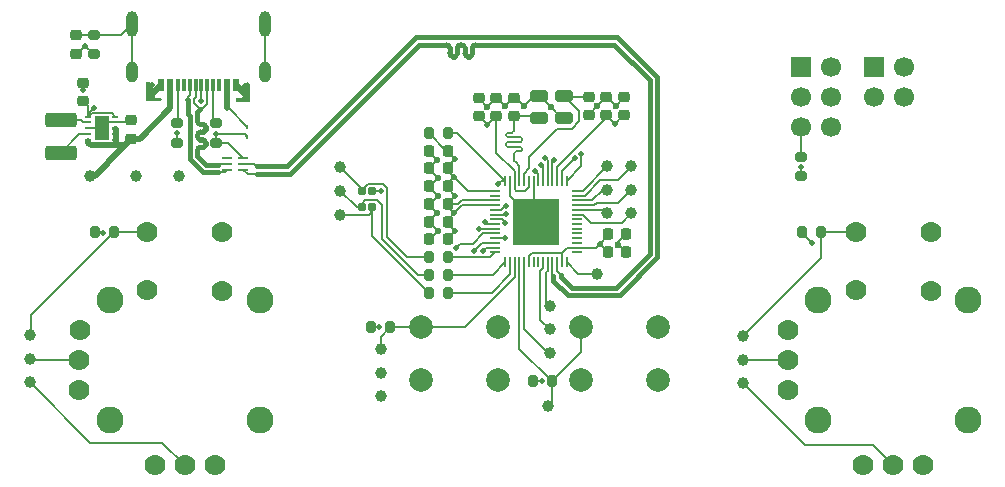
<source format=gbr>
%TF.GenerationSoftware,KiCad,Pcbnew,9.0.1-9.0.1-0~ubuntu24.04.1*%
%TF.CreationDate,2025-05-01T11:00:12-04:00*%
%TF.ProjectId,drone_sim_controler,64726f6e-655f-4736-996d-5f636f6e7472,rev?*%
%TF.SameCoordinates,Original*%
%TF.FileFunction,Copper,L1,Top*%
%TF.FilePolarity,Positive*%
%FSLAX46Y46*%
G04 Gerber Fmt 4.6, Leading zero omitted, Abs format (unit mm)*
G04 Created by KiCad (PCBNEW 9.0.1-9.0.1-0~ubuntu24.04.1) date 2025-05-01 11:00:12*
%MOMM*%
%LPD*%
G01*
G04 APERTURE LIST*
G04 Aperture macros list*
%AMRoundRect*
0 Rectangle with rounded corners*
0 $1 Rounding radius*
0 $2 $3 $4 $5 $6 $7 $8 $9 X,Y pos of 4 corners*
0 Add a 4 corners polygon primitive as box body*
4,1,4,$2,$3,$4,$5,$6,$7,$8,$9,$2,$3,0*
0 Add four circle primitives for the rounded corners*
1,1,$1+$1,$2,$3*
1,1,$1+$1,$4,$5*
1,1,$1+$1,$6,$7*
1,1,$1+$1,$8,$9*
0 Add four rect primitives between the rounded corners*
20,1,$1+$1,$2,$3,$4,$5,0*
20,1,$1+$1,$4,$5,$6,$7,0*
20,1,$1+$1,$6,$7,$8,$9,0*
20,1,$1+$1,$8,$9,$2,$3,0*%
G04 Aperture macros list end*
%TA.AperFunction,SMDPad,CuDef*%
%ADD10C,1.000000*%
%TD*%
%TA.AperFunction,SMDPad,CuDef*%
%ADD11RoundRect,0.200000X-0.275000X0.200000X-0.275000X-0.200000X0.275000X-0.200000X0.275000X0.200000X0*%
%TD*%
%TA.AperFunction,SMDPad,CuDef*%
%ADD12RoundRect,0.062500X0.350000X0.062500X-0.350000X0.062500X-0.350000X-0.062500X0.350000X-0.062500X0*%
%TD*%
%TA.AperFunction,SMDPad,CuDef*%
%ADD13RoundRect,0.225000X0.225000X0.250000X-0.225000X0.250000X-0.225000X-0.250000X0.225000X-0.250000X0*%
%TD*%
%TA.AperFunction,SMDPad,CuDef*%
%ADD14RoundRect,0.200000X0.200000X0.275000X-0.200000X0.275000X-0.200000X-0.275000X0.200000X-0.275000X0*%
%TD*%
%TA.AperFunction,SMDPad,CuDef*%
%ADD15RoundRect,0.225000X0.250000X-0.225000X0.250000X0.225000X-0.250000X0.225000X-0.250000X-0.225000X0*%
%TD*%
%TA.AperFunction,SMDPad,CuDef*%
%ADD16RoundRect,0.225000X-0.250000X0.225000X-0.250000X-0.225000X0.250000X-0.225000X0.250000X0.225000X0*%
%TD*%
%TA.AperFunction,SMDPad,CuDef*%
%ADD17RoundRect,0.200000X-0.200000X-0.275000X0.200000X-0.275000X0.200000X0.275000X-0.200000X0.275000X0*%
%TD*%
%TA.AperFunction,SMDPad,CuDef*%
%ADD18R,0.600000X1.100000*%
%TD*%
%TA.AperFunction,SMDPad,CuDef*%
%ADD19R,0.300000X1.100000*%
%TD*%
%TA.AperFunction,ComponentPad*%
%ADD20RoundRect,0.500000X-0.000010X0.400000X-0.000010X-0.400000X0.000010X-0.400000X0.000010X0.400000X0*%
%TD*%
%TA.AperFunction,ComponentPad*%
%ADD21RoundRect,0.500000X-0.000010X0.600000X-0.000010X-0.600000X0.000010X-0.600000X0.000010X0.600000X0*%
%TD*%
%TA.AperFunction,SMDPad,CuDef*%
%ADD22RoundRect,0.090000X-0.235000X0.210000X-0.235000X-0.210000X0.235000X-0.210000X0.235000X0.210000X0*%
%TD*%
%TA.AperFunction,SMDPad,CuDef*%
%ADD23RoundRect,0.250000X1.075000X-0.375000X1.075000X0.375000X-1.075000X0.375000X-1.075000X-0.375000X0*%
%TD*%
%TA.AperFunction,ComponentPad*%
%ADD24C,2.000000*%
%TD*%
%TA.AperFunction,SMDPad,CuDef*%
%ADD25RoundRect,0.062500X-0.062500X0.117500X-0.062500X-0.117500X0.062500X-0.117500X0.062500X0.117500X0*%
%TD*%
%TA.AperFunction,SMDPad,CuDef*%
%ADD26RoundRect,0.050000X-0.350000X-0.050000X0.350000X-0.050000X0.350000X0.050000X-0.350000X0.050000X0*%
%TD*%
%TA.AperFunction,SMDPad,CuDef*%
%ADD27RoundRect,0.050000X-0.050000X-0.350000X0.050000X-0.350000X0.050000X0.350000X-0.050000X0.350000X0*%
%TD*%
%TA.AperFunction,HeatsinkPad*%
%ADD28R,4.000000X4.000000*%
%TD*%
%TA.AperFunction,ComponentPad*%
%ADD29C,1.778000*%
%TD*%
%TA.AperFunction,ComponentPad*%
%ADD30C,2.286000*%
%TD*%
%TA.AperFunction,SMDPad,CuDef*%
%ADD31O,0.599999X0.249999*%
%TD*%
%TA.AperFunction,SMDPad,CuDef*%
%ADD32R,1.200000X2.000001*%
%TD*%
%TA.AperFunction,ComponentPad*%
%ADD33C,0.499999*%
%TD*%
%TA.AperFunction,SMDPad,CuDef*%
%ADD34RoundRect,0.157500X-0.567500X-0.367500X0.567500X-0.367500X0.567500X0.367500X-0.567500X0.367500X0*%
%TD*%
%TA.AperFunction,SMDPad,CuDef*%
%ADD35RoundRect,0.225000X-0.225000X-0.250000X0.225000X-0.250000X0.225000X0.250000X-0.225000X0.250000X0*%
%TD*%
%TA.AperFunction,ComponentPad*%
%ADD36R,1.700000X1.700000*%
%TD*%
%TA.AperFunction,ComponentPad*%
%ADD37C,1.700000*%
%TD*%
%TA.AperFunction,SMDPad,CuDef*%
%ADD38RoundRect,0.200000X0.275000X-0.200000X0.275000X0.200000X-0.275000X0.200000X-0.275000X-0.200000X0*%
%TD*%
%TA.AperFunction,ViaPad*%
%ADD39C,0.500000*%
%TD*%
%TA.AperFunction,ViaPad*%
%ADD40C,0.600000*%
%TD*%
%TA.AperFunction,Conductor*%
%ADD41C,0.445000*%
%TD*%
%TA.AperFunction,Conductor*%
%ADD42C,0.200000*%
%TD*%
%TA.AperFunction,Conductor*%
%ADD43C,0.500000*%
%TD*%
G04 APERTURE END LIST*
D10*
%TO.P,TP4,1,1*%
%TO.N,Net-(U1-GPIO34)*%
X102500000Y-136000000D03*
%TD*%
%TO.P,TP1,1,1*%
%TO.N,Net-(U1-GPIO33)*%
X104500000Y-136000000D03*
%TD*%
%TO.P,TP2,1,1*%
%TO.N,Net-(U1-GPIO35)*%
X104500000Y-134000000D03*
%TD*%
%TO.P,TP26,1,1*%
%TO.N,Net-(D2-RA)*%
X79900000Y-136100000D03*
%TD*%
%TO.P,TP25,1,1*%
%TO.N,Net-(D2-GA)*%
X79900000Y-134100000D03*
%TD*%
%TO.P,TP24,1,1*%
%TO.N,Net-(D2-BA)*%
X79900000Y-132100000D03*
%TD*%
%TO.P,TP23,1,1*%
%TO.N,LS_X*%
X53600000Y-148300000D03*
%TD*%
%TO.P,TP22,1,1*%
%TO.N,LS_Y*%
X53600000Y-150300000D03*
%TD*%
%TO.P,TP21,1,1*%
%TO.N,LS_SW*%
X53600000Y-146300000D03*
%TD*%
%TO.P,TP20,1,1*%
%TO.N,RS_X*%
X114000000Y-148400000D03*
%TD*%
%TO.P,TP19,1,1*%
%TO.N,RS_Y*%
X114000000Y-150400000D03*
%TD*%
%TO.P,TP18,1,1*%
%TO.N,RS_SW*%
X114000000Y-146400000D03*
%TD*%
%TO.P,TP17,1,1*%
%TO.N,BTN_2*%
X97500000Y-152300000D03*
%TD*%
%TO.P,TP16,1,1*%
%TO.N,BTN_1*%
X83300000Y-147500000D03*
%TD*%
%TO.P,TP15,1,1*%
%TO.N,GND*%
X66200000Y-132800000D03*
%TD*%
D11*
%TO.P,R3,2*%
%TO.N,GND*%
X69400000Y-130025000D03*
%TO.P,R3,1*%
%TO.N,Net-(J1-CC1)*%
X69400000Y-128375000D03*
%TD*%
%TO.P,R2,2*%
%TO.N,GND*%
X66100000Y-130025000D03*
%TO.P,R2,1*%
%TO.N,Net-(J1-CC2)*%
X66100000Y-128375000D03*
%TD*%
D12*
%TO.P,U2,6,D+_out*%
%TO.N,/USB_C_P*%
X70312500Y-132300000D03*
%TO.P,U2,5,D-_out*%
%TO.N,/USB_C_N*%
X70312500Y-131800000D03*
%TO.P,U2,4,NC*%
%TO.N,unconnected-(U2-NC-Pad4)*%
X70312500Y-131300000D03*
%TO.P,U2,3,GND*%
%TO.N,GND*%
X71687500Y-131300000D03*
%TO.P,U2,2,D-_in*%
%TO.N,USB_N*%
X71687500Y-131800000D03*
%TO.P,U2,1,D+_in*%
%TO.N,USB_P*%
X71687500Y-132300000D03*
%TD*%
D13*
%TO.P,C5,1*%
%TO.N,+3V3*%
X88975000Y-132200000D03*
%TO.P,C5,2*%
%TO.N,GND*%
X87425000Y-132200000D03*
%TD*%
D10*
%TO.P,TP8,1,1*%
%TO.N,Net-(U1-DAC_2)*%
X97600000Y-143800000D03*
%TD*%
D14*
%TO.P,R7,1*%
%TO.N,LED_G*%
X89025000Y-141200000D03*
%TO.P,R7,2*%
%TO.N,Net-(D2-GA)*%
X87375000Y-141200000D03*
%TD*%
D13*
%TO.P,C4,1*%
%TO.N,+3V3*%
X88975000Y-135200000D03*
%TO.P,C4,2*%
%TO.N,GND*%
X87425000Y-135200000D03*
%TD*%
D15*
%TO.P,C29,1*%
%TO.N,+3V3*%
X58100000Y-126475000D03*
%TO.P,C29,2*%
%TO.N,GND*%
X58100000Y-124925000D03*
%TD*%
D13*
%TO.P,C7,1*%
%TO.N,+3V3*%
X88975000Y-133700000D03*
%TO.P,C7,2*%
%TO.N,GND*%
X87425000Y-133700000D03*
%TD*%
D10*
%TO.P,TP7,1,1*%
%TO.N,Net-(U1-GPIO21)*%
X101600000Y-141100000D03*
%TD*%
D16*
%TO.P,C14,1*%
%TO.N,Net-(U1-XTAL_N)*%
X100900000Y-126125000D03*
%TO.P,C14,2*%
%TO.N,GND*%
X100900000Y-127675000D03*
%TD*%
D17*
%TO.P,R10,1*%
%TO.N,+3V3*%
X118975000Y-137600000D03*
%TO.P,R10,2*%
%TO.N,RS_SW*%
X120625000Y-137600000D03*
%TD*%
D10*
%TO.P,TP5,1,1*%
%TO.N,Net-(U1-GPIO36)*%
X102500000Y-134000000D03*
%TD*%
D17*
%TO.P,R9,1*%
%TO.N,+3V3*%
X59075000Y-137600000D03*
%TO.P,R9,2*%
%TO.N,LS_SW*%
X60725000Y-137600000D03*
%TD*%
%TO.P,R12,1*%
%TO.N,+3V3*%
X96175000Y-150200000D03*
%TO.P,R12,2*%
%TO.N,BTN_2*%
X97825000Y-150200000D03*
%TD*%
%TO.P,R11,1*%
%TO.N,+3V3*%
X82475000Y-145600000D03*
%TO.P,R11,2*%
%TO.N,BTN_1*%
X84125000Y-145600000D03*
%TD*%
D18*
%TO.P,J1,A1,GND*%
%TO.N,GND*%
X71080000Y-125150000D03*
%TO.P,J1,A4,VBUS*%
%TO.N,+5V*%
X70280000Y-125150000D03*
D19*
%TO.P,J1,A5,CC1*%
%TO.N,Net-(J1-CC1)*%
X69130000Y-125150000D03*
%TO.P,J1,A6,D+*%
%TO.N,/USB_C_P*%
X68125000Y-125150000D03*
%TO.P,J1,A7,D-*%
%TO.N,/USB_C_N*%
X67630000Y-125150000D03*
%TO.P,J1,A8*%
%TO.N,N/C*%
X66630000Y-125150000D03*
D18*
%TO.P,J1,B1,GND*%
%TO.N,GND*%
X64680000Y-125150000D03*
%TO.P,J1,B4,VBUS*%
%TO.N,+5V*%
X65480000Y-125150000D03*
D19*
%TO.P,J1,B5,CC2*%
%TO.N,Net-(J1-CC2)*%
X66130000Y-125150000D03*
%TO.P,J1,B6,D+*%
%TO.N,/USB_C_P*%
X67130000Y-125150000D03*
%TO.P,J1,B7,D-*%
%TO.N,/USB_C_N*%
X68630000Y-125150000D03*
%TO.P,J1,B8*%
%TO.N,N/C*%
X69630000Y-125150000D03*
D20*
%TO.P,J1,S,SHIELD*%
%TO.N,GNDS*%
X73500000Y-124000000D03*
D21*
X73500000Y-120000000D03*
D20*
X62260000Y-124000000D03*
D21*
X62260000Y-120000000D03*
%TD*%
D14*
%TO.P,R8,1*%
%TO.N,LED_B*%
X89025000Y-139700000D03*
%TO.P,R8,2*%
%TO.N,Net-(D2-BA)*%
X87375000Y-139700000D03*
%TD*%
D22*
%TO.P,D2,1,GA*%
%TO.N,Net-(D2-GA)*%
X81700000Y-135500000D03*
%TO.P,D2,2,RA*%
%TO.N,Net-(D2-RA)*%
X82600000Y-135500000D03*
%TO.P,D2,3,BA*%
%TO.N,Net-(D2-BA)*%
X81700000Y-134100000D03*
%TO.P,D2,4,K*%
%TO.N,GND*%
X82600000Y-134100000D03*
%TD*%
D11*
%TO.P,R4,1*%
%TO.N,GNDS*%
X59000000Y-120875000D03*
%TO.P,R4,2*%
%TO.N,GND*%
X59000000Y-122525000D03*
%TD*%
D15*
%TO.P,C15,1*%
%TO.N,Net-(U1-XTAL_P)*%
X94600000Y-127775000D03*
%TO.P,C15,2*%
%TO.N,GND*%
X94600000Y-126225000D03*
%TD*%
D10*
%TO.P,TP11,1,1*%
%TO.N,Net-(U1-GPIO8)*%
X83300000Y-151500000D03*
%TD*%
D13*
%TO.P,C9,1*%
%TO.N,+3V3*%
X88975000Y-138200000D03*
%TO.P,C9,2*%
%TO.N,GND*%
X87425000Y-138200000D03*
%TD*%
D23*
%TO.P,L1,1,1*%
%TO.N,Net-(U3-L1)*%
X56200000Y-130900000D03*
%TO.P,L1,2,2*%
%TO.N,Net-(U3-L2)*%
X56200000Y-128100000D03*
%TD*%
D10*
%TO.P,TP6,1,1*%
%TO.N,Net-(U1-GPIO37)*%
X104500000Y-132000000D03*
%TD*%
D24*
%TO.P,SW2,1,1*%
%TO.N,BTN_2*%
X100250000Y-145578497D03*
%TO.P,SW2,3,K*%
%TO.N,unconnected-(SW2-K-Pad3)*%
X106750000Y-145578497D03*
%TO.P,SW2,2,2*%
%TO.N,unconnected-(SW2-Pad2)*%
X100250000Y-150078497D03*
%TO.P,SW2,4,A*%
%TO.N,GND*%
X106750000Y-150078497D03*
%TD*%
D10*
%TO.P,TP14,1,1*%
%TO.N,+3V3*%
X62600000Y-132800000D03*
%TD*%
%TO.P,TP12,1,1*%
%TO.N,Net-(U1-GPIO7)*%
X83300000Y-149500000D03*
%TD*%
D16*
%TO.P,C13,1*%
%TO.N,GNDS*%
X57500000Y-120925000D03*
%TO.P,C13,2*%
%TO.N,GND*%
X57500000Y-122475000D03*
%TD*%
D15*
%TO.P,C8,1*%
%TO.N,+3V3*%
X91600000Y-127775000D03*
%TO.P,C8,2*%
%TO.N,GND*%
X91600000Y-126225000D03*
%TD*%
D14*
%TO.P,R6,1*%
%TO.N,LED_R*%
X89025000Y-142700000D03*
%TO.P,R6,2*%
%TO.N,Net-(D2-RA)*%
X87375000Y-142700000D03*
%TD*%
D25*
%TO.P,D1,1,A1*%
%TO.N,GND*%
X72000000Y-129520000D03*
%TO.P,D1,2,A2*%
%TO.N,+5V*%
X72000000Y-128680000D03*
%TD*%
D26*
%TO.P,U1,1,VDDA*%
%TO.N,+3V3*%
X93000000Y-134100000D03*
%TO.P,U1,2,LNA_IN*%
%TO.N,unconnected-(U1-LNA_IN-Pad2)*%
X93000000Y-134500000D03*
%TO.P,U1,3,VDD3P3*%
%TO.N,+3V3*%
X93000000Y-134900000D03*
%TO.P,U1,4,VDD3P3*%
X93000000Y-135300000D03*
%TO.P,U1,5,GPIO0*%
%TO.N,ESP_IO0*%
X93000000Y-135700000D03*
%TO.P,U1,6,GPIO1*%
%TO.N,LS_X*%
X93000000Y-136100000D03*
%TO.P,U1,7,GPIO2*%
%TO.N,LS_Y*%
X93000000Y-136500000D03*
%TO.P,U1,8,GPIO3*%
%TO.N,RS_X*%
X93000000Y-136900000D03*
%TO.P,U1,9,GPIO4*%
%TO.N,RS_Y*%
X93000000Y-137300000D03*
%TO.P,U1,10,GPIO5*%
%TO.N,LS_SW*%
X93000000Y-137700000D03*
%TO.P,U1,11,GPIO6*%
%TO.N,RS_SW*%
X93000000Y-138100000D03*
%TO.P,U1,12,GPIO7*%
%TO.N,Net-(U1-GPIO7)*%
X93000000Y-138500000D03*
%TO.P,U1,13,GPIO8*%
%TO.N,Net-(U1-GPIO8)*%
X93000000Y-138900000D03*
%TO.P,U1,14,GPIO9*%
%TO.N,LED_B*%
X93000000Y-139300000D03*
D27*
%TO.P,U1,15,GPIO10*%
%TO.N,LED_G*%
X93850000Y-140150000D03*
%TO.P,U1,16,GPIO11*%
%TO.N,LED_R*%
X94250000Y-140150000D03*
%TO.P,U1,17,GPIO12*%
%TO.N,BTN_1*%
X94650000Y-140150000D03*
%TO.P,U1,18,GPIO13*%
%TO.N,BTN_2*%
X95050000Y-140150000D03*
%TO.P,U1,19,GPIO14*%
%TO.N,Net-(U1-GPIO14)*%
X95450000Y-140150000D03*
%TO.P,U1,20,VDD3P3_RTC*%
%TO.N,+3V3*%
X95850000Y-140150000D03*
%TO.P,U1,21,XTAL_32K_P*%
%TO.N,unconnected-(U1-XTAL_32K_P-Pad21)*%
X96250000Y-140150000D03*
%TO.P,U1,22,XTAL_32K_N*%
%TO.N,unconnected-(U1-XTAL_32K_N-Pad22)*%
X96650000Y-140150000D03*
%TO.P,U1,23,DAC_1*%
%TO.N,Net-(U1-DAC_1)*%
X97050000Y-140150000D03*
%TO.P,U1,24,DAC_2*%
%TO.N,Net-(U1-DAC_2)*%
X97450000Y-140150000D03*
%TO.P,U1,25,GPIO19/USB_D-*%
%TO.N,USB_N*%
X97850000Y-140150000D03*
%TO.P,U1,26,GPIO20/USB_D+*%
%TO.N,USB_P*%
X98250000Y-140150000D03*
%TO.P,U1,27,VDD3P3_RTC_IO*%
%TO.N,+3V3*%
X98650000Y-140150000D03*
%TO.P,U1,28,GPIO21*%
%TO.N,Net-(U1-GPIO21)*%
X99050000Y-140150000D03*
D26*
%TO.P,U1,29,SPICS1*%
%TO.N,unconnected-(U1-SPICS1-Pad29)*%
X99900000Y-139300000D03*
%TO.P,U1,30,VDD_SPI*%
%TO.N,+3V3*%
X99900000Y-138900000D03*
%TO.P,U1,31,SPIHD*%
%TO.N,unconnected-(U1-SPIHD-Pad31)*%
X99900000Y-138500000D03*
%TO.P,U1,32,SPIWP*%
%TO.N,unconnected-(U1-SPIWP-Pad32)*%
X99900000Y-138100000D03*
%TO.P,U1,33,SPICS0*%
%TO.N,unconnected-(U1-SPICS0-Pad33)*%
X99900000Y-137700000D03*
%TO.P,U1,34,SPICLK*%
%TO.N,unconnected-(U1-SPICLK-Pad34)*%
X99900000Y-137300000D03*
%TO.P,U1,35,SPIQ*%
%TO.N,unconnected-(U1-SPIQ-Pad35)*%
X99900000Y-136900000D03*
%TO.P,U1,36,SPID*%
%TO.N,unconnected-(U1-SPID-Pad36)*%
X99900000Y-136500000D03*
%TO.P,U1,37,GPIO33*%
%TO.N,Net-(U1-GPIO33)*%
X99900000Y-136100000D03*
%TO.P,U1,38,GPIO34*%
%TO.N,Net-(U1-GPIO34)*%
X99900000Y-135700000D03*
%TO.P,U1,39,GPIO35*%
%TO.N,Net-(U1-GPIO35)*%
X99900000Y-135300000D03*
%TO.P,U1,40,GPIO36*%
%TO.N,Net-(U1-GPIO36)*%
X99900000Y-134900000D03*
%TO.P,U1,41,GPIO37*%
%TO.N,Net-(U1-GPIO37)*%
X99900000Y-134500000D03*
%TO.P,U1,42,GPIO38*%
%TO.N,Net-(U1-GPIO38)*%
X99900000Y-134100000D03*
D27*
%TO.P,U1,43,MTCK*%
%TO.N,MTCK*%
X99050000Y-133250000D03*
%TO.P,U1,44,MTD0*%
%TO.N,MTD0*%
X98650000Y-133250000D03*
%TO.P,U1,45,VDD3P3_CPU*%
%TO.N,+3V3*%
X98250000Y-133250000D03*
%TO.P,U1,46,MDTI*%
%TO.N,MTDI*%
X97850000Y-133250000D03*
%TO.P,U1,47,MTMS*%
%TO.N,MTMS*%
X97450000Y-133250000D03*
%TO.P,U1,48,U0TXD*%
%TO.N,ESP_TX*%
X97050000Y-133250000D03*
%TO.P,U1,49,U0RXD*%
%TO.N,ESP_RX*%
X96650000Y-133250000D03*
%TO.P,U1,50,GPIO45*%
%TO.N,GND*%
X96250000Y-133250000D03*
%TO.P,U1,51,VDDA*%
%TO.N,+3V3*%
X95850000Y-133250000D03*
%TO.P,U1,52,XTAL_N*%
%TO.N,Net-(U1-XTAL_N)*%
X95450000Y-133250000D03*
%TO.P,U1,53,XTAL_P*%
%TO.N,Net-(U1-XTAL_P)*%
X95050000Y-133250000D03*
%TO.P,U1,54,VDDA*%
%TO.N,+3V3*%
X94650000Y-133250000D03*
%TO.P,U1,55,GPIO46*%
%TO.N,GND*%
X94250000Y-133250000D03*
%TO.P,U1,56,CHIP_PU*%
%TO.N,RST*%
X93850000Y-133250000D03*
D28*
%TO.P,U1,57,GND*%
%TO.N,GND*%
X96450000Y-136700000D03*
%TD*%
D29*
%TO.P,JS2,B1A,SW_COM*%
%TO.N,RS_SW*%
X123525000Y-137585200D03*
%TO.P,JS2,B1B,SW_NO*%
%TO.N,unconnected-(JS2-SW_NO-PadB1B)*%
X129875000Y-137605000D03*
%TO.P,JS2,B2A,SW_COM*%
%TO.N,unconnected-(JS2-SW_COM-PadB2A)*%
X123525000Y-142525200D03*
%TO.P,JS2,B2B,SW_NO*%
%TO.N,GND*%
X129885000Y-142545200D03*
%TO.P,JS2,H1,Y_LO*%
X124175000Y-157275200D03*
%TO.P,JS2,H2,Y_W*%
%TO.N,RS_Y*%
X126715000Y-157295200D03*
%TO.P,JS2,H3,Y_HI*%
%TO.N,+3V3*%
X129255000Y-157275200D03*
D30*
%TO.P,JS2,S,SHLD*%
%TO.N,GNDS*%
X120350000Y-143335200D03*
X120350000Y-153465200D03*
X133050000Y-143320000D03*
X133050000Y-153480000D03*
D29*
%TO.P,JS2,V1,X_LO*%
%TO.N,GND*%
X117810000Y-145860000D03*
%TO.P,JS2,V2,X_W*%
%TO.N,RS_X*%
X117795000Y-148385200D03*
%TO.P,JS2,V3,X_HI*%
%TO.N,+3V3*%
X117795000Y-150925200D03*
%TD*%
D10*
%TO.P,TP9,1,1*%
%TO.N,Net-(U1-DAC_1)*%
X97600000Y-145800000D03*
%TD*%
%TO.P,TP10,1,1*%
%TO.N,Net-(U1-GPIO14)*%
X97600000Y-147800000D03*
%TD*%
%TO.P,TP13,1,1*%
%TO.N,+5V*%
X58700000Y-132800000D03*
%TD*%
D31*
%TO.P,U3,1,VOUT*%
%TO.N,+3V3*%
X58550000Y-127799997D03*
%TO.P,U3,2,L2*%
%TO.N,Net-(U3-L2)*%
X58550000Y-128299998D03*
%TO.P,U3,3,PGND*%
%TO.N,GND*%
X58550000Y-128799997D03*
%TO.P,U3,4,L1*%
%TO.N,Net-(U3-L1)*%
X58550000Y-129299996D03*
%TO.P,U3,5,VIN*%
%TO.N,+5V*%
X58550000Y-129799998D03*
%TO.P,U3,6,EN*%
X60850000Y-129799998D03*
%TO.P,U3,7,PS/SYNC*%
X60850000Y-129299996D03*
%TO.P,U3,8,VINA*%
X60850000Y-128799997D03*
%TO.P,U3,9,GND*%
%TO.N,GND*%
X60850000Y-128299998D03*
%TO.P,U3,10,FB*%
%TO.N,+3V3*%
X60850000Y-127799997D03*
D32*
%TO.P,U3,11,EXP*%
%TO.N,GND*%
X59700000Y-128800000D03*
D33*
X59700000Y-128406300D03*
X59700000Y-129193700D03*
%TD*%
D34*
%TO.P,Y1,1,1*%
%TO.N,Net-(U1-XTAL_P)*%
X96700000Y-127900000D03*
%TO.P,Y1,2,2*%
%TO.N,GND*%
X98850000Y-127900000D03*
%TO.P,Y1,3,3*%
%TO.N,Net-(U1-XTAL_N)*%
X98850000Y-126050000D03*
%TO.P,Y1,4,4*%
%TO.N,GND*%
X96700000Y-126050000D03*
%TD*%
D35*
%TO.P,C2,1*%
%TO.N,+3V3*%
X102562500Y-139262500D03*
%TO.P,C2,2*%
%TO.N,GND*%
X104112500Y-139262500D03*
%TD*%
D10*
%TO.P,TP3,1,1*%
%TO.N,Net-(U1-GPIO38)*%
X102500000Y-132000000D03*
%TD*%
D36*
%TO.P,J3,1,Pin_1*%
%TO.N,MTD0*%
X125085000Y-123605000D03*
D37*
%TO.P,J3,2,Pin_2*%
%TO.N,MTCK*%
X127625000Y-123605000D03*
%TO.P,J3,3,Pin_3*%
%TO.N,MTMS*%
X125085000Y-126145000D03*
%TO.P,J3,4,Pin_4*%
%TO.N,MTDI*%
X127625000Y-126145000D03*
%TD*%
D24*
%TO.P,SW1,1,1*%
%TO.N,BTN_1*%
X86700000Y-145578497D03*
%TO.P,SW1,3,K*%
%TO.N,unconnected-(SW1-K-Pad3)*%
X93200000Y-145578497D03*
%TO.P,SW1,2,2*%
%TO.N,unconnected-(SW1-Pad2)*%
X86700000Y-150078497D03*
%TO.P,SW1,4,A*%
%TO.N,GND*%
X93200000Y-150078497D03*
%TD*%
D15*
%TO.P,C12,1*%
%TO.N,+3V3*%
X103900000Y-127675000D03*
%TO.P,C12,2*%
%TO.N,GND*%
X103900000Y-126125000D03*
%TD*%
D29*
%TO.P,JS1,B1A,SW_COM*%
%TO.N,LS_SW*%
X63525000Y-137585200D03*
%TO.P,JS1,B1B,SW_NO*%
%TO.N,unconnected-(JS1-SW_NO-PadB1B)*%
X69875000Y-137605000D03*
%TO.P,JS1,B2A,SW_COM*%
%TO.N,unconnected-(JS1-SW_COM-PadB2A)*%
X63525000Y-142525200D03*
%TO.P,JS1,B2B,SW_NO*%
%TO.N,GND*%
X69885000Y-142545200D03*
%TO.P,JS1,H1,Y_LO*%
X64175000Y-157275200D03*
%TO.P,JS1,H2,Y_W*%
%TO.N,LS_Y*%
X66715000Y-157295200D03*
%TO.P,JS1,H3,Y_HI*%
%TO.N,+3V3*%
X69255000Y-157275200D03*
D30*
%TO.P,JS1,S,SHLD*%
%TO.N,GNDS*%
X60350000Y-143335200D03*
X60350000Y-153465200D03*
X73050000Y-143320000D03*
X73050000Y-153480000D03*
D29*
%TO.P,JS1,V1,X_LO*%
%TO.N,GND*%
X57810000Y-145860000D03*
%TO.P,JS1,V2,X_W*%
%TO.N,LS_X*%
X57795000Y-148385200D03*
%TO.P,JS1,V3,X_HI*%
%TO.N,+3V3*%
X57795000Y-150925200D03*
%TD*%
D15*
%TO.P,C6,1*%
%TO.N,+3V3*%
X93100000Y-127775000D03*
%TO.P,C6,2*%
%TO.N,GND*%
X93100000Y-126225000D03*
%TD*%
D36*
%TO.P,J2,1,Pin_1*%
%TO.N,GND*%
X118860000Y-123600000D03*
D37*
%TO.P,J2,2,Pin_2*%
%TO.N,+3V3*%
X121400000Y-123600000D03*
%TO.P,J2,3,Pin_3*%
%TO.N,RST*%
X118860000Y-126140000D03*
%TO.P,J2,4,Pin_4*%
%TO.N,ESP_TX*%
X121400000Y-126140000D03*
%TO.P,J2,5,Pin_5*%
%TO.N,ESP_IO0*%
X118860000Y-128680000D03*
%TO.P,J2,6,Pin_6*%
%TO.N,ESP_RX*%
X121400000Y-128680000D03*
%TD*%
D13*
%TO.P,C10,1*%
%TO.N,+3V3*%
X88975000Y-130700000D03*
%TO.P,C10,2*%
%TO.N,GND*%
X87425000Y-130700000D03*
%TD*%
%TO.P,C3,1*%
%TO.N,+3V3*%
X88975000Y-136700000D03*
%TO.P,C3,2*%
%TO.N,GND*%
X87425000Y-136700000D03*
%TD*%
D15*
%TO.P,C25,1*%
%TO.N,+5V*%
X62200000Y-129675000D03*
%TO.P,C25,2*%
%TO.N,GND*%
X62200000Y-128125000D03*
%TD*%
D38*
%TO.P,R1,1*%
%TO.N,+3V3*%
X118900000Y-132850000D03*
%TO.P,R1,2*%
%TO.N,ESP_IO0*%
X118900000Y-131200000D03*
%TD*%
D17*
%TO.P,R5,1*%
%TO.N,+3V3*%
X87375000Y-129200000D03*
%TO.P,R5,2*%
%TO.N,RST*%
X89025000Y-129200000D03*
%TD*%
D35*
%TO.P,C11,1*%
%TO.N,+3V3*%
X102562500Y-137762500D03*
%TO.P,C11,2*%
%TO.N,GND*%
X104112500Y-137762500D03*
%TD*%
D15*
%TO.P,C1,1*%
%TO.N,+3V3*%
X102400000Y-127675000D03*
%TO.P,C1,2*%
%TO.N,GND*%
X102400000Y-126125000D03*
%TD*%
D39*
%TO.N,MTD0*%
X99731817Y-131346001D03*
%TO.N,MTCK*%
X100303730Y-130942368D03*
%TO.N,MTDI*%
X97999999Y-131522183D03*
%TO.N,MTMS*%
X97256341Y-131308048D03*
%TO.N,ESP_TX*%
X96890627Y-131904920D03*
%TO.N,ESP_RX*%
X96407658Y-132411619D03*
%TO.N,RST*%
X93200000Y-133500000D03*
%TO.N,ESP_IO0*%
X93930089Y-135341541D03*
%TO.N,Net-(U1-GPIO8)*%
X83300000Y-151500000D03*
%TO.N,Net-(U1-GPIO7)*%
X83300000Y-149500000D03*
%TO.N,GND*%
X83300000Y-134100000D03*
X66200000Y-132800000D03*
%TO.N,Net-(U1-GPIO7)*%
X91200000Y-139150000D03*
%TO.N,Net-(U1-GPIO8)*%
X92000000Y-139150000D03*
%TO.N,+3V3*%
X96975000Y-150200000D03*
X62600000Y-132800000D03*
X118900000Y-132100000D03*
%TO.N,LS_SW*%
X89666909Y-138943369D03*
%TO.N,LS_X*%
X93911803Y-136086545D03*
%TO.N,LS_Y*%
X93847582Y-136798485D03*
%TO.N,RS_X*%
X92094977Y-136750000D03*
%TO.N,RS_Y*%
X91600000Y-137300000D03*
%TO.N,RS_SW*%
X93800000Y-138100000D03*
%TO.N,GND*%
X58115685Y-125575000D03*
%TO.N,+3V3*%
X59800000Y-137700000D03*
X59000000Y-127100000D03*
%TO.N,GND*%
X58300000Y-121800000D03*
%TO.N,+5V*%
X65500000Y-127100000D03*
X70300000Y-127100000D03*
%TO.N,GND*%
X66035967Y-129225000D03*
X69400000Y-129300000D03*
%TO.N,/USB_C_P*%
X66950000Y-126427951D03*
X68081376Y-126479815D03*
%TO.N,GND*%
X71800000Y-126200000D03*
X71800000Y-125700000D03*
X71800000Y-125200000D03*
X63900000Y-126100000D03*
X63900000Y-125600000D03*
X63900000Y-125100000D03*
%TO.N,+3V3*%
X119800000Y-138500000D03*
X83200000Y-145600000D03*
X101837500Y-138562500D03*
X103100000Y-128400000D03*
X89600000Y-137500000D03*
X89500000Y-136000000D03*
X89600000Y-134500000D03*
X89500000Y-132900000D03*
X89600000Y-131400000D03*
X92300000Y-128500000D03*
%TO.N,GND*%
X96450000Y-136700000D03*
D40*
X103437896Y-138684373D03*
X103189812Y-126886271D03*
X101645827Y-126923002D03*
X97700000Y-127000000D03*
X95400000Y-126900000D03*
X93800000Y-126900000D03*
X92328504Y-127000534D03*
X88100000Y-131500000D03*
X88186773Y-132989136D03*
X88186773Y-134489136D03*
X88100000Y-136000000D03*
X88186773Y-137489136D03*
%TD*%
D41*
%TO.N,/USB_C_N*%
X68225995Y-128458000D02*
G75*
G02*
X68484000Y-128716000I5J-258000D01*
G01*
X68225995Y-129103000D02*
X68047070Y-129103000D01*
X68483995Y-130006000D02*
X68483995Y-130135000D01*
X67789070Y-129361000D02*
X67789070Y-129490000D01*
X68047070Y-129748000D02*
X68225995Y-129748000D01*
X68225995Y-130393000D02*
X68047070Y-130393000D01*
X67789070Y-127410930D02*
X67789070Y-128200000D01*
X68000000Y-127200000D02*
X67789070Y-127410930D01*
X68483995Y-128716000D02*
X68483995Y-128845000D01*
X68483995Y-130135000D02*
G75*
G02*
X68225995Y-130392995I-257995J0D01*
G01*
X67789070Y-128200000D02*
G75*
G03*
X68047070Y-128458030I258030J0D01*
G01*
X68550748Y-131877500D02*
X69500000Y-131877500D01*
X67789070Y-130780000D02*
X67789070Y-130800000D01*
X67789070Y-130651000D02*
X67789070Y-130780000D01*
X67789070Y-131115822D02*
X68550748Y-131877500D01*
X67789070Y-130800000D02*
X67789070Y-131115822D01*
X67789070Y-129490000D02*
G75*
G03*
X68047070Y-129748030I258030J0D01*
G01*
X68047070Y-128458000D02*
X68225995Y-128458000D01*
X68225995Y-129748000D02*
G75*
G02*
X68484000Y-130006000I5J-258000D01*
G01*
X68047070Y-129103000D02*
G75*
G03*
X67789100Y-129361000I30J-258000D01*
G01*
X68483995Y-128845000D02*
G75*
G02*
X68225995Y-129102995I-257995J0D01*
G01*
X68047070Y-130393000D02*
G75*
G03*
X67789100Y-130651000I30J-258000D01*
G01*
%TO.N,USB_P*%
X86533584Y-121722500D02*
X88879645Y-121722500D01*
X91459645Y-121722500D02*
X91800000Y-121722500D01*
X75300000Y-132652878D02*
X75603206Y-132652878D01*
X89782645Y-121980500D02*
G75*
G02*
X90040645Y-121722545I257955J0D01*
G01*
X91072645Y-121980500D02*
G75*
G02*
X91330645Y-121722545I257955J0D01*
G01*
X99477500Y-142277500D02*
X98600000Y-141400000D01*
X89395645Y-122718028D02*
X89524645Y-122718028D01*
X91800000Y-121722500D02*
X103066416Y-121722500D01*
X90427645Y-122460028D02*
G75*
G03*
X90685645Y-122717955I257955J28D01*
G01*
X89137645Y-121980500D02*
X89137645Y-122460028D01*
X90040645Y-121722500D02*
X90169645Y-121722500D01*
X90427645Y-121980500D02*
X90427645Y-122460028D01*
X90169645Y-121722500D02*
G75*
G02*
X90427600Y-121980500I-45J-258000D01*
G01*
X103066416Y-121722500D02*
X106077500Y-124733584D01*
X75603206Y-132652878D02*
X86533584Y-121722500D01*
X89524645Y-122718028D02*
G75*
G03*
X89782628Y-122460028I-45J258028D01*
G01*
X89137645Y-122460028D02*
G75*
G03*
X89395645Y-122717955I257955J28D01*
G01*
X89782645Y-122460028D02*
X89782645Y-121980500D01*
X90685645Y-122718028D02*
X90814645Y-122718028D01*
X91072645Y-122460028D02*
X91072645Y-121980500D01*
X91330645Y-121722500D02*
X91459645Y-121722500D01*
X106077500Y-124733584D02*
X106077500Y-139466416D01*
X106077500Y-139466416D02*
X103266416Y-142277500D01*
X103266416Y-142277500D02*
X99477500Y-142277500D01*
X90814645Y-122718028D02*
G75*
G03*
X91072628Y-122460028I-45J258028D01*
G01*
X88879645Y-121722500D02*
G75*
G02*
X89137600Y-121980500I-45J-258000D01*
G01*
D42*
%TO.N,MTCK*%
X99050000Y-133250000D02*
X100303730Y-131996270D01*
X100303730Y-131996270D02*
X100303730Y-130942368D01*
%TO.N,Net-(U1-GPIO37)*%
X99900000Y-134500000D02*
X100600000Y-134500000D01*
X100600000Y-134500000D02*
X101900000Y-133200000D01*
X103400000Y-133200000D02*
X104600000Y-132000000D01*
X101900000Y-133200000D02*
X103400000Y-133200000D01*
%TO.N,MTD0*%
X99731817Y-131346001D02*
X98650000Y-132427818D01*
X98650000Y-132427818D02*
X98650000Y-133250000D01*
%TO.N,MTDI*%
X97850000Y-131672182D02*
X97999999Y-131522183D01*
X97850000Y-133250000D02*
X97850000Y-131672182D01*
%TO.N,MTMS*%
X97450000Y-131501707D02*
X97256341Y-131308048D01*
X97450000Y-133250000D02*
X97450000Y-131501707D01*
%TO.N,ESP_TX*%
X97050000Y-132064293D02*
X96890627Y-131904920D01*
X97050000Y-133250000D02*
X97050000Y-132064293D01*
%TO.N,ESP_RX*%
X96650000Y-132653961D02*
X96407658Y-132411619D01*
X96650000Y-133250000D02*
X96650000Y-132653961D01*
%TO.N,RST*%
X93450000Y-133250000D02*
X93200000Y-133500000D01*
X93850000Y-133250000D02*
X93450000Y-133250000D01*
%TO.N,ESP_IO0*%
X93858459Y-135341541D02*
X93930089Y-135341541D01*
X93500000Y-135700000D02*
X93858459Y-135341541D01*
X93000000Y-135700000D02*
X93500000Y-135700000D01*
%TO.N,RS_Y*%
X114000000Y-150400000D02*
X119200000Y-155600000D01*
X119200000Y-155600000D02*
X125019800Y-155600000D01*
X125019800Y-155600000D02*
X126715000Y-157295200D01*
%TO.N,RS_SW*%
X114000000Y-146400000D02*
X120625000Y-139775000D01*
X120625000Y-139775000D02*
X120625000Y-137600000D01*
%TO.N,RS_X*%
X114000000Y-148400000D02*
X117780200Y-148400000D01*
X117780200Y-148400000D02*
X117795000Y-148385200D01*
%TO.N,LS_SW*%
X53700000Y-146300000D02*
X53700000Y-144625000D01*
X53700000Y-144625000D02*
X60725000Y-137600000D01*
%TO.N,LS_Y*%
X66715000Y-157295200D02*
X64819800Y-155400000D01*
X64819800Y-155400000D02*
X58700000Y-155400000D01*
X58700000Y-155400000D02*
X53600000Y-150300000D01*
%TO.N,LS_X*%
X57795000Y-148385200D02*
X53685200Y-148385200D01*
X53685200Y-148385200D02*
X53600000Y-148300000D01*
%TO.N,BTN_1*%
X83300000Y-147500000D02*
X83300000Y-146425000D01*
X83300000Y-146425000D02*
X84125000Y-145600000D01*
%TO.N,BTN_2*%
X97825000Y-150200000D02*
X97825000Y-151975000D01*
X97825000Y-151975000D02*
X97500000Y-152300000D01*
%TO.N,Net-(D2-RA)*%
X82600000Y-135500000D02*
X82600000Y-135799999D01*
X82600000Y-135799999D02*
X82299999Y-136100000D01*
X82299999Y-136100000D02*
X79900000Y-136100000D01*
%TO.N,Net-(D2-GA)*%
X81700000Y-135500000D02*
X81300000Y-135500000D01*
X81300000Y-135500000D02*
X79900000Y-134100000D01*
%TO.N,Net-(D2-BA)*%
X81700000Y-134100000D02*
X81700000Y-133900000D01*
X81700000Y-133900000D02*
X79900000Y-132100000D01*
X87375000Y-139700000D02*
X85509200Y-139700000D01*
X82200548Y-133499000D02*
X81700000Y-133999548D01*
X85509200Y-139700000D02*
X83851000Y-138041800D01*
X81700000Y-133999548D02*
X81700000Y-134100000D01*
X83851000Y-138041800D02*
X83851000Y-133871768D01*
X83478232Y-133499000D02*
X82200548Y-133499000D01*
X83851000Y-133871768D02*
X83478232Y-133499000D01*
%TO.N,Net-(D2-GA)*%
X87375000Y-141200000D02*
X86442100Y-141200000D01*
X81700000Y-135200001D02*
X81700000Y-135500000D01*
X86442100Y-141200000D02*
X83400000Y-138157900D01*
X83400000Y-138157900D02*
X83400000Y-135299548D01*
X83400000Y-135299548D02*
X82999452Y-134899000D01*
X82999452Y-134899000D02*
X82001001Y-134899000D01*
X82001001Y-134899000D02*
X81700000Y-135200001D01*
%TO.N,Net-(D2-RA)*%
X87375000Y-142700000D02*
X82600000Y-137925000D01*
X82600000Y-137925000D02*
X82600000Y-135500000D01*
%TO.N,GND*%
X82600000Y-134100000D02*
X83300000Y-134100000D01*
D43*
%TO.N,+5V*%
X61624000Y-130251000D02*
X60200000Y-131675000D01*
X60200000Y-131675000D02*
X60200000Y-131700000D01*
X60200000Y-131700000D02*
X59100000Y-132800000D01*
X59100000Y-132800000D02*
X58700000Y-132800000D01*
D42*
%TO.N,LS_SW*%
X89666909Y-138943369D02*
X90010278Y-138600000D01*
X91099775Y-138600000D02*
X91999775Y-137700000D01*
X90010278Y-138600000D02*
X91099775Y-138600000D01*
X91999775Y-137700000D02*
X93000000Y-137700000D01*
%TO.N,Net-(U1-GPIO7)*%
X91850000Y-138500000D02*
X91200000Y-139150000D01*
X93000000Y-138500000D02*
X91850000Y-138500000D01*
%TO.N,Net-(U1-GPIO8)*%
X92250000Y-138900000D02*
X92000000Y-139150000D01*
X93000000Y-138900000D02*
X92250000Y-138900000D01*
%TO.N,+3V3*%
X96175000Y-150200000D02*
X96975000Y-150200000D01*
%TO.N,BTN_2*%
X97825000Y-150200000D02*
X100250000Y-147775000D01*
X100250000Y-147775000D02*
X100250000Y-145578497D01*
%TO.N,Net-(U1-GPIO14)*%
X97500000Y-147800000D02*
X95450000Y-145750000D01*
X95450000Y-145750000D02*
X95450000Y-140150000D01*
%TO.N,Net-(U1-DAC_1)*%
X97050000Y-140650000D02*
X96900000Y-140800000D01*
X96799000Y-144999000D02*
X96799000Y-140901000D01*
X97600000Y-145800000D02*
X96799000Y-144999000D01*
X96799000Y-140901000D02*
X96900000Y-140800000D01*
%TO.N,USB_N*%
X97850000Y-140150000D02*
X97850000Y-141250000D01*
X97850000Y-141250000D02*
X97900000Y-141300000D01*
%TO.N,USB_P*%
X98250000Y-140150000D02*
X98250000Y-140850000D01*
X98250000Y-140850000D02*
X98600000Y-141200000D01*
D41*
X98600000Y-141400000D02*
X98600000Y-141200000D01*
%TO.N,USB_N*%
X97900000Y-141300000D02*
X97900000Y-141700000D01*
X103333584Y-121077500D02*
X86266416Y-121077500D01*
X97900000Y-141700000D02*
X99122500Y-142922500D01*
X99122500Y-142922500D02*
X103533584Y-142922500D01*
X103533584Y-142922500D02*
X106722500Y-139733584D01*
X106722500Y-139733584D02*
X106722500Y-124466416D01*
X106722500Y-124466416D02*
X103333584Y-121077500D01*
X86266416Y-121077500D02*
X75336038Y-132007878D01*
X75336038Y-132007878D02*
X75300000Y-132007878D01*
D42*
%TO.N,Net-(U1-DAC_2)*%
X97450000Y-140150000D02*
X97450000Y-140850000D01*
X97450000Y-140850000D02*
X97300000Y-141000000D01*
X97300000Y-141000000D02*
X97300000Y-143500000D01*
X97300000Y-143500000D02*
X97600000Y-143800000D01*
%TO.N,Net-(U1-DAC_1)*%
X97050000Y-140150000D02*
X97050000Y-140650000D01*
%TO.N,BTN_2*%
X95050000Y-140150000D02*
X95050000Y-147450000D01*
X95050000Y-147450000D02*
X97800000Y-150200000D01*
X97800000Y-150200000D02*
X97825000Y-150200000D01*
%TO.N,Net-(U1-GPIO21)*%
X99050000Y-140150000D02*
X100000000Y-141100000D01*
X100000000Y-141100000D02*
X101600000Y-141100000D01*
%TO.N,Net-(U1-GPIO38)*%
X99900000Y-134100000D02*
X100400000Y-134100000D01*
X100400000Y-134100000D02*
X102500000Y-132000000D01*
X102500000Y-132000000D02*
X102600000Y-132000000D01*
%TO.N,Net-(U1-GPIO36)*%
X99900000Y-134900000D02*
X101232900Y-134900000D01*
X101232900Y-134900000D02*
X102132900Y-134000000D01*
X102132900Y-134000000D02*
X102500000Y-134000000D01*
%TO.N,Net-(U1-GPIO35)*%
X99900000Y-135300000D02*
X101400000Y-135300000D01*
X101400000Y-135300000D02*
X101600000Y-135100000D01*
X101600000Y-135100000D02*
X103400000Y-135100000D01*
X103400000Y-135100000D02*
X104500000Y-134000000D01*
%TO.N,Net-(U1-GPIO34)*%
X99900000Y-135700000D02*
X102200000Y-135700000D01*
X102200000Y-135700000D02*
X102500000Y-136000000D01*
%TO.N,Net-(U1-GPIO33)*%
X99900000Y-136100000D02*
X100400000Y-136100000D01*
X100400000Y-136100000D02*
X101101000Y-136801000D01*
X101101000Y-136801000D02*
X103699000Y-136801000D01*
X103699000Y-136801000D02*
X104500000Y-136000000D01*
%TO.N,+3V3*%
X118900000Y-132850000D02*
X118900000Y-132100000D01*
%TO.N,ESP_IO0*%
X118900000Y-131200000D02*
X118900000Y-128720000D01*
X118900000Y-128720000D02*
X118860000Y-128680000D01*
%TO.N,+3V3*%
X83200000Y-145600000D02*
X82475000Y-145600000D01*
%TO.N,GND*%
X103437896Y-138684373D02*
X103490901Y-138684373D01*
X103490901Y-138684373D02*
X104069028Y-139262500D01*
X103437896Y-138684373D02*
X103437896Y-138392940D01*
X104068336Y-137762500D02*
X104112500Y-137762500D01*
X103437896Y-138392940D02*
X104068336Y-137762500D01*
X104069028Y-139262500D02*
X104112500Y-139262500D01*
%TO.N,LS_X*%
X93898348Y-136100000D02*
X93911803Y-136086545D01*
X93000000Y-136100000D02*
X93898348Y-136100000D01*
%TO.N,LS_Y*%
X93549097Y-136500000D02*
X93847582Y-136798485D01*
X93000000Y-136500000D02*
X93549097Y-136500000D01*
%TO.N,RS_X*%
X92244977Y-136900000D02*
X92094977Y-136750000D01*
X93000000Y-136900000D02*
X92244977Y-136900000D01*
%TO.N,RS_Y*%
X93000000Y-137300000D02*
X91600000Y-137300000D01*
%TO.N,RS_SW*%
X93000000Y-138100000D02*
X93800000Y-138100000D01*
%TO.N,GND*%
X58100000Y-125559315D02*
X58115685Y-125575000D01*
X58100000Y-124925000D02*
X58100000Y-125559315D01*
%TO.N,Net-(U3-L1)*%
X58550000Y-129299996D02*
X57800004Y-129299996D01*
X57800004Y-129299996D02*
X56200000Y-130900000D01*
%TO.N,Net-(U3-L2)*%
X58550000Y-128299998D02*
X58100002Y-128299998D01*
X58100002Y-128299998D02*
X57900004Y-128100000D01*
X57900004Y-128100000D02*
X56200000Y-128100000D01*
D43*
%TO.N,+5V*%
X60900000Y-130251000D02*
X58751000Y-130251000D01*
X60900000Y-130251000D02*
X60900000Y-128875998D01*
X60900000Y-128875998D02*
X60850000Y-128875998D01*
X62200000Y-129675000D02*
X61624000Y-130251000D01*
X61624000Y-130251000D02*
X60900000Y-130251000D01*
X58751000Y-130251000D02*
X58550000Y-130050000D01*
X58550000Y-130050000D02*
X58550000Y-129875996D01*
X65500000Y-127100000D02*
X62925000Y-129675000D01*
X62925000Y-129675000D02*
X62200000Y-129675000D01*
D42*
%TO.N,+3V3*%
X59700000Y-137600000D02*
X59800000Y-137700000D01*
X59075000Y-137600000D02*
X59700000Y-137600000D01*
X58550000Y-127550000D02*
X59000000Y-127100000D01*
X58550000Y-127799997D02*
X58550000Y-127550000D01*
X58550000Y-127799997D02*
X58550000Y-126925000D01*
X58550000Y-126925000D02*
X58100000Y-126475000D01*
X60850000Y-127799997D02*
X60549003Y-127499000D01*
X60549003Y-127499000D02*
X58850997Y-127499000D01*
X58850997Y-127499000D02*
X58550000Y-127799997D01*
%TO.N,GND*%
X62200000Y-128125000D02*
X62025002Y-128299998D01*
X62025002Y-128299998D02*
X60850000Y-128299998D01*
X60850000Y-128299998D02*
X60200002Y-128299998D01*
X60200002Y-128299998D02*
X59700000Y-128800000D01*
X58550000Y-128799997D02*
X59314466Y-128799997D01*
X59314466Y-128799997D02*
X59314469Y-128800000D01*
X59000000Y-122525000D02*
X59000000Y-122500000D01*
X59000000Y-122500000D02*
X58300000Y-121800000D01*
X57625000Y-122475000D02*
X58300000Y-121800000D01*
X57500000Y-122475000D02*
X57625000Y-122475000D01*
%TO.N,GNDS*%
X57500000Y-120925000D02*
X58950000Y-120925000D01*
X58950000Y-120925000D02*
X59000000Y-120875000D01*
X62260000Y-120000000D02*
X62200000Y-120000000D01*
X62200000Y-120000000D02*
X61325000Y-120875000D01*
X61325000Y-120875000D02*
X59000000Y-120875000D01*
X73500000Y-124000000D02*
X73500000Y-120000000D01*
X62260000Y-124000000D02*
X62260000Y-120000000D01*
%TO.N,GND*%
X72000000Y-129520000D02*
X71780000Y-129300000D01*
X71780000Y-129300000D02*
X69400000Y-129300000D01*
%TO.N,+5V*%
X72000000Y-128680000D02*
X70420000Y-127100000D01*
X70420000Y-127100000D02*
X70300000Y-127100000D01*
D43*
X65500000Y-125170000D02*
X65480000Y-125150000D01*
X70280000Y-125150000D02*
X70280000Y-127080000D01*
X65500000Y-127100000D02*
X65500000Y-125170000D01*
X70280000Y-127080000D02*
X70300000Y-127100000D01*
D42*
%TO.N,GND*%
X71687500Y-131300000D02*
X70412500Y-130025000D01*
X70412500Y-130025000D02*
X69400000Y-130025000D01*
X66100000Y-129289033D02*
X66035967Y-129225000D01*
X66100000Y-130025000D02*
X66100000Y-129289033D01*
X69400000Y-130025000D02*
X69400000Y-129300000D01*
%TO.N,Net-(J1-CC1)*%
X69130000Y-125150000D02*
X69130000Y-128105000D01*
X69130000Y-128105000D02*
X69400000Y-128375000D01*
%TO.N,Net-(J1-CC2)*%
X66130000Y-125150000D02*
X66130000Y-128345000D01*
X66130000Y-128345000D02*
X66100000Y-128375000D01*
%TO.N,+3V3*%
X99900000Y-138900000D02*
X101500000Y-138900000D01*
X101500000Y-138900000D02*
X101837500Y-138562500D01*
D41*
%TO.N,/USB_C_P*%
X68283580Y-132522500D02*
X69500000Y-132522500D01*
X67144070Y-131382990D02*
X68283580Y-132522500D01*
X67144070Y-127744070D02*
X67144070Y-131382990D01*
X66950000Y-127550000D02*
X67144070Y-127744070D01*
X66950000Y-126427951D02*
X66950000Y-127550000D01*
D42*
%TO.N,USB_P*%
X71687500Y-132300000D02*
X72040378Y-132652878D01*
X72040378Y-132652878D02*
X72823265Y-132652878D01*
%TO.N,USB_N*%
X71687500Y-131800000D02*
X72615387Y-131800000D01*
X72615387Y-131800000D02*
X72823265Y-132007878D01*
D41*
X73573402Y-132007878D02*
X72823265Y-132007878D01*
%TO.N,USB_P*%
X73573402Y-132652878D02*
X75300000Y-132652878D01*
%TO.N,USB_N*%
X73573402Y-132007878D02*
X75300000Y-132007878D01*
D42*
%TO.N,/USB_C_P*%
X70312500Y-132300000D02*
X70090000Y-132522500D01*
X70090000Y-132522500D02*
X69500000Y-132522500D01*
%TO.N,/USB_C_N*%
X69500000Y-131877500D02*
X69577500Y-131800000D01*
X69577500Y-131800000D02*
X70312500Y-131800000D01*
%TO.N,/USB_C_P*%
X66950000Y-126427951D02*
X66950000Y-126150000D01*
X66950000Y-126150000D02*
X67130000Y-125970000D01*
X67130000Y-125970000D02*
X67130000Y-125150000D01*
%TO.N,/USB_C_N*%
X68630000Y-125150000D02*
X68630000Y-126249207D01*
X68240423Y-127100000D02*
X67922329Y-127100000D01*
X67922329Y-127100000D02*
X67500000Y-126677671D01*
X67500000Y-126677671D02*
X67500000Y-126281959D01*
X67500000Y-126281959D02*
X67630000Y-126151959D01*
X67630000Y-126151959D02*
X67630000Y-125150000D01*
X68630000Y-126249207D02*
X68632376Y-126251583D01*
X68632376Y-126251583D02*
X68632376Y-126708047D01*
X68632376Y-126708047D02*
X68240423Y-127100000D01*
%TO.N,/USB_C_P*%
X68081376Y-126479815D02*
X68081376Y-126282887D01*
X68081376Y-126282887D02*
X68125000Y-126239263D01*
X68125000Y-126239263D02*
X68125000Y-125150000D01*
%TO.N,+3V3*%
X118975000Y-137675000D02*
X119800000Y-138500000D01*
X118975000Y-137600000D02*
X118975000Y-137675000D01*
X102562500Y-137762500D02*
X102562500Y-137837500D01*
X102562500Y-137837500D02*
X101837500Y-138562500D01*
X102537500Y-139262500D02*
X101837500Y-138562500D01*
X102562500Y-139262500D02*
X102537500Y-139262500D01*
X103900000Y-127675000D02*
X103825000Y-127675000D01*
X103825000Y-127675000D02*
X103100000Y-128400000D01*
X102400000Y-127700000D02*
X103100000Y-128400000D01*
X102400000Y-127675000D02*
X102400000Y-127700000D01*
X88975000Y-136700000D02*
X88975000Y-136875000D01*
X88975000Y-136875000D02*
X89600000Y-137500000D01*
X88975000Y-138125000D02*
X89600000Y-137500000D01*
X88975000Y-138200000D02*
X88975000Y-138125000D01*
X93000000Y-135300000D02*
X90200000Y-135300000D01*
X90200000Y-135300000D02*
X89500000Y-136000000D01*
X88975000Y-135200000D02*
X88975000Y-135475000D01*
X88975000Y-135475000D02*
X89500000Y-136000000D01*
X88975000Y-136525000D02*
X89500000Y-136000000D01*
X88975000Y-136700000D02*
X88975000Y-136525000D01*
X88975000Y-133700000D02*
X88975000Y-133875000D01*
X88975000Y-133875000D02*
X89600000Y-134500000D01*
X88975000Y-135125000D02*
X89600000Y-134500000D01*
X88975000Y-135200000D02*
X88975000Y-135125000D01*
X93000000Y-134100000D02*
X90700000Y-134100000D01*
X90700000Y-134100000D02*
X89500000Y-132900000D01*
X88975000Y-132200000D02*
X88975000Y-132375000D01*
X88975000Y-132375000D02*
X89500000Y-132900000D01*
X88975000Y-133425000D02*
X89500000Y-132900000D01*
X88975000Y-133700000D02*
X88975000Y-133425000D01*
X88975000Y-132200000D02*
X88975000Y-132025000D01*
X88975000Y-132025000D02*
X89600000Y-131400000D01*
X88975000Y-130775000D02*
X89600000Y-131400000D01*
X88975000Y-130700000D02*
X88975000Y-130775000D01*
X92300000Y-128500000D02*
X92300000Y-128475000D01*
X92300000Y-128475000D02*
X91600000Y-127775000D01*
X93025000Y-127775000D02*
X92300000Y-128500000D01*
X93100000Y-127775000D02*
X93025000Y-127775000D01*
%TO.N,LS_SW*%
X60725000Y-137600000D02*
X63510200Y-137600000D01*
X63510200Y-137600000D02*
X63525000Y-137585200D01*
%TO.N,RS_SW*%
X120625000Y-137600000D02*
X123510200Y-137600000D01*
X123510200Y-137600000D02*
X123525000Y-137585200D01*
%TO.N,GND*%
X96250000Y-133250000D02*
X96250000Y-136500000D01*
X96250000Y-136500000D02*
X96450000Y-136700000D01*
X94250000Y-133250000D02*
X94250000Y-134500000D01*
X94250000Y-134500000D02*
X96450000Y-136700000D01*
%TO.N,BTN_1*%
X86700000Y-145578497D02*
X84146503Y-145578497D01*
X84146503Y-145578497D02*
X84125000Y-145600000D01*
X94650000Y-140150000D02*
X94650000Y-141350000D01*
X94650000Y-141350000D02*
X90421503Y-145578497D01*
X90421503Y-145578497D02*
X86700000Y-145578497D01*
%TO.N,GND*%
X102400000Y-126125000D02*
X102428541Y-126125000D01*
X102428541Y-126125000D02*
X103189812Y-126886271D01*
X103900000Y-126176083D02*
X103189812Y-126886271D01*
X103900000Y-126125000D02*
X103900000Y-126176083D01*
X102400000Y-126125000D02*
X102400000Y-126168829D01*
X102400000Y-126168829D02*
X101645827Y-126923002D01*
X100900000Y-127668829D02*
X101645827Y-126923002D01*
X100900000Y-127675000D02*
X100900000Y-127668829D01*
X98850000Y-127900000D02*
X98600000Y-127900000D01*
X98600000Y-127900000D02*
X97700000Y-127000000D01*
X96750000Y-126050000D02*
X97700000Y-127000000D01*
X96700000Y-126050000D02*
X96750000Y-126050000D01*
X96700000Y-126050000D02*
X96250000Y-126050000D01*
X96250000Y-126050000D02*
X95400000Y-126900000D01*
X94725000Y-126225000D02*
X95400000Y-126900000D01*
X94600000Y-126225000D02*
X94725000Y-126225000D01*
X94600000Y-126225000D02*
X94475000Y-126225000D01*
X94475000Y-126225000D02*
X93800000Y-126900000D01*
X93125000Y-126225000D02*
X93800000Y-126900000D01*
X93100000Y-126225000D02*
X93125000Y-126225000D01*
X93100000Y-126225000D02*
X93100000Y-126229038D01*
X93100000Y-126229038D02*
X92328504Y-127000534D01*
X91600000Y-126272030D02*
X92328504Y-127000534D01*
X91600000Y-126225000D02*
X91600000Y-126272030D01*
%TO.N,+3V3*%
X88975000Y-130700000D02*
X88875000Y-130700000D01*
X88875000Y-130700000D02*
X87375000Y-129200000D01*
%TO.N,GND*%
X87425000Y-130700000D02*
X87425000Y-130825000D01*
X87425000Y-130825000D02*
X88100000Y-131500000D01*
X87425000Y-132175000D02*
X88100000Y-131500000D01*
X87425000Y-132200000D02*
X87425000Y-132175000D01*
X87425000Y-132200000D02*
X87425000Y-132227363D01*
X87425000Y-132227363D02*
X88186773Y-132989136D01*
X87475909Y-133700000D02*
X88186773Y-132989136D01*
X87425000Y-133700000D02*
X87475909Y-133700000D01*
X87425000Y-133700000D02*
X87425000Y-133727363D01*
X87425000Y-133727363D02*
X88186773Y-134489136D01*
X87475909Y-135200000D02*
X88186773Y-134489136D01*
X87425000Y-135200000D02*
X87475909Y-135200000D01*
X87425000Y-135200000D02*
X87425000Y-135325000D01*
X87425000Y-135325000D02*
X88100000Y-136000000D01*
X87425000Y-136700000D02*
X87425000Y-136675000D01*
X87425000Y-136675000D02*
X88100000Y-136000000D01*
X87425000Y-136700000D02*
X87425000Y-136727363D01*
X87425000Y-136727363D02*
X88186773Y-137489136D01*
X87475909Y-138200000D02*
X88186773Y-137489136D01*
X87425000Y-138200000D02*
X87475909Y-138200000D01*
%TO.N,+3V3*%
X95850000Y-140150000D02*
X95850000Y-139650000D01*
X95850000Y-139650000D02*
X96150000Y-139350000D01*
X96150000Y-139350000D02*
X98650000Y-139350000D01*
X98650000Y-140150000D02*
X98650000Y-139350000D01*
X98650000Y-139350000D02*
X99100000Y-138900000D01*
X99100000Y-138900000D02*
X99900000Y-138900000D01*
X94650000Y-133250000D02*
X94650000Y-133950000D01*
X94650000Y-133950000D02*
X94800000Y-134100000D01*
X94800000Y-134100000D02*
X95500000Y-134100000D01*
X95500000Y-134100000D02*
X95850000Y-133750000D01*
X95850000Y-133750000D02*
X95850000Y-133250000D01*
X102400000Y-127675000D02*
X102400000Y-127900000D01*
X102400000Y-127900000D02*
X98250000Y-132050000D01*
X98250000Y-132050000D02*
X98250000Y-133250000D01*
%TO.N,Net-(U1-XTAL_N)*%
X100124000Y-127324000D02*
X100124000Y-128213782D01*
X100124000Y-128213782D02*
X99475551Y-128862231D01*
X99475551Y-128862231D02*
X98224449Y-128862231D01*
X98850000Y-126050000D02*
X100124000Y-127324000D01*
X98224449Y-128862231D02*
X95900000Y-131186680D01*
X95900000Y-131186680D02*
X95900000Y-132200000D01*
X95450000Y-132650000D02*
X95450000Y-133250000D01*
X95900000Y-132200000D02*
X95450000Y-132650000D01*
%TO.N,Net-(U1-XTAL_P)*%
X94050000Y-129560000D02*
X94440000Y-129560000D01*
X94050000Y-129160000D02*
G75*
G03*
X93890000Y-129320000I0J-160000D01*
G01*
X94760000Y-130360000D02*
X95150000Y-130360000D01*
X94600000Y-130360000D02*
X94760000Y-130360000D01*
X94050000Y-130360000D02*
X94600000Y-130360000D01*
X94600000Y-130920000D02*
X94600000Y-131000000D01*
X93890000Y-130120000D02*
X93890000Y-130200000D01*
X94600000Y-129960000D02*
X94050000Y-129960000D01*
X95150000Y-129560000D02*
G75*
G02*
X95310000Y-129720000I0J-160000D01*
G01*
X94600000Y-127775000D02*
X94600000Y-129000000D01*
X95310000Y-129720000D02*
X95310000Y-129800000D01*
X94600000Y-131550000D02*
X94725000Y-131675000D01*
X94760000Y-130760000D02*
G75*
G03*
X94600000Y-130920000I0J-160000D01*
G01*
X94600000Y-129560000D02*
X95150000Y-129560000D01*
X95310000Y-129800000D02*
G75*
G02*
X95150000Y-129960000I-160000J0D01*
G01*
X95310000Y-130600000D02*
G75*
G02*
X95150000Y-130760000I-160000J0D01*
G01*
X94050000Y-129960000D02*
G75*
G03*
X93890000Y-130120000I0J-160000D01*
G01*
X95050000Y-132000000D02*
X95050000Y-133250000D01*
X93890000Y-130200000D02*
G75*
G03*
X94050000Y-130360000I160000J0D01*
G01*
X94600000Y-131000000D02*
X94600000Y-131550000D01*
X95150000Y-130360000D02*
G75*
G02*
X95310000Y-130520000I0J-160000D01*
G01*
X94440000Y-129560000D02*
X94600000Y-129560000D01*
X94600000Y-129000000D02*
G75*
G02*
X94440000Y-129160000I-160000J0D01*
G01*
X93890000Y-129400000D02*
G75*
G03*
X94050000Y-129560000I160000J0D01*
G01*
X95150000Y-129960000D02*
X94600000Y-129960000D01*
X94440000Y-129160000D02*
X94050000Y-129160000D01*
X95310000Y-130520000D02*
X95310000Y-130600000D01*
X93890000Y-129320000D02*
X93890000Y-129400000D01*
X94725000Y-131675000D02*
X95050000Y-132000000D01*
X95150000Y-130760000D02*
X94760000Y-130760000D01*
X94600000Y-127775000D02*
X96575000Y-127775000D01*
X96575000Y-127775000D02*
X96700000Y-127900000D01*
%TO.N,+3V3*%
X93100000Y-130899999D02*
X93100000Y-127775000D01*
X94650000Y-133250000D02*
X94650000Y-132449999D01*
X94650000Y-132449999D02*
X93100000Y-130899999D01*
%TO.N,Net-(U1-XTAL_N)*%
X100900000Y-126125000D02*
X98925000Y-126125000D01*
X98925000Y-126125000D02*
X98850000Y-126050000D01*
%TO.N,RST*%
X93850000Y-133250000D02*
X89800000Y-129200000D01*
X89800000Y-129200000D02*
X89025000Y-129200000D01*
%TO.N,LED_R*%
X89025000Y-142700000D02*
X92700000Y-142700000D01*
X92700000Y-142700000D02*
X94250000Y-141150000D01*
X94250000Y-141150000D02*
X94250000Y-140150000D01*
%TO.N,LED_G*%
X89025000Y-141200000D02*
X92800000Y-141200000D01*
X92800000Y-141200000D02*
X93850000Y-140150000D01*
%TO.N,LED_B*%
X89025000Y-139700000D02*
X92600000Y-139700000D01*
X92600000Y-139700000D02*
X93000000Y-139300000D01*
%TO.N,+3V3*%
X88975000Y-136700000D02*
X89200000Y-136700000D01*
X90175000Y-134900000D02*
X89875000Y-135200000D01*
X89875000Y-135200000D02*
X88975000Y-135200000D01*
X93000000Y-134900000D02*
X90175000Y-134900000D01*
D41*
%TO.N,USB_P*%
X73573402Y-132652878D02*
X72823265Y-132652878D01*
%TD*%
%TA.AperFunction,Conductor*%
%TO.N,GND*%
G36*
X72143039Y-124920185D02*
G01*
X72188794Y-124972989D01*
X72200000Y-125024500D01*
X72200000Y-126476000D01*
X72180315Y-126543039D01*
X72127511Y-126588794D01*
X72076000Y-126600000D01*
X71154500Y-126600000D01*
X71145814Y-126597449D01*
X71136853Y-126598738D01*
X71112812Y-126587759D01*
X71087461Y-126580315D01*
X71081533Y-126573474D01*
X71073297Y-126569713D01*
X71059007Y-126547478D01*
X71041706Y-126527511D01*
X71039418Y-126516996D01*
X71035523Y-126510935D01*
X71030500Y-126476000D01*
X71030500Y-126324000D01*
X71050185Y-126256961D01*
X71102989Y-126211206D01*
X71154500Y-126200000D01*
X71427828Y-126200000D01*
X71427844Y-126199999D01*
X71487372Y-126193598D01*
X71487376Y-126193597D01*
X71622091Y-126143351D01*
X71677969Y-126101520D01*
X71116818Y-125540369D01*
X71083333Y-125479046D01*
X71080499Y-125452694D01*
X71080499Y-125200860D01*
X71089142Y-125171425D01*
X71095666Y-125141436D01*
X71099421Y-125136419D01*
X71100184Y-125133823D01*
X71116817Y-125113182D01*
X71169093Y-125060905D01*
X71230416Y-125027419D01*
X71300107Y-125032403D01*
X71344456Y-125060904D01*
X71879999Y-125596448D01*
X71880000Y-125596447D01*
X71880000Y-125024500D01*
X71899685Y-124957461D01*
X71952489Y-124911706D01*
X72004000Y-124900500D01*
X72076000Y-124900500D01*
X72143039Y-124920185D01*
G37*
%TD.AperFunction*%
%TD*%
%TA.AperFunction,Conductor*%
%TO.N,GND*%
G36*
X63823039Y-124920185D02*
G01*
X63868794Y-124972989D01*
X63880000Y-125024500D01*
X63880000Y-125596448D01*
X64415543Y-125060905D01*
X64423488Y-125056566D01*
X64428914Y-125049319D01*
X64453673Y-125040084D01*
X64476866Y-125027420D01*
X64485895Y-125028065D01*
X64494378Y-125024902D01*
X64520198Y-125030518D01*
X64546557Y-125032404D01*
X64555610Y-125038222D01*
X64562651Y-125039754D01*
X64590905Y-125060905D01*
X64643181Y-125113181D01*
X64676666Y-125174504D01*
X64679500Y-125200862D01*
X64679500Y-125452688D01*
X64659815Y-125519727D01*
X64643181Y-125540369D01*
X64082029Y-126101520D01*
X64137910Y-126143352D01*
X64137913Y-126143354D01*
X64272620Y-126193596D01*
X64272627Y-126193598D01*
X64332155Y-126199999D01*
X64332172Y-126200000D01*
X64625500Y-126200000D01*
X64634185Y-126202550D01*
X64643147Y-126201262D01*
X64667187Y-126212240D01*
X64692539Y-126219685D01*
X64698466Y-126226525D01*
X64706703Y-126230287D01*
X64720992Y-126252521D01*
X64738294Y-126272489D01*
X64740581Y-126283003D01*
X64744477Y-126289065D01*
X64749500Y-126324000D01*
X64749500Y-126376000D01*
X64729815Y-126443039D01*
X64677011Y-126488794D01*
X64625500Y-126500000D01*
X63524000Y-126500000D01*
X63456961Y-126480315D01*
X63411206Y-126427511D01*
X63400000Y-126376000D01*
X63400000Y-125024500D01*
X63419685Y-124957461D01*
X63472489Y-124911706D01*
X63524000Y-124900500D01*
X63756000Y-124900500D01*
X63823039Y-124920185D01*
G37*
%TD.AperFunction*%
%TD*%
M02*

</source>
